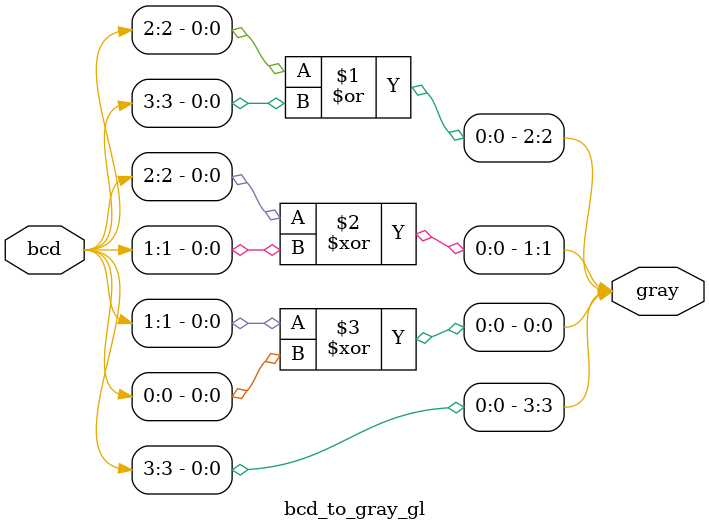
<source format=v>
module bcd_to_gray_gl(gray, bcd);
output [3:0] gray;
input [3:0] bcd;

wire not_b2, not_b1, not_b0;

not(not_b2,bcd[2]);
not(not_b1,bcd[1]);
not(not_b0,bcd[0]);

buf b1(gray[3],bcd[3]);
or o1(gray[2],bcd[2],bcd[3]);
xor x1(gray[1],bcd[2],bcd[1]);
xor x2(gray[0],bcd[1],bcd[0]);

endmodule
</source>
